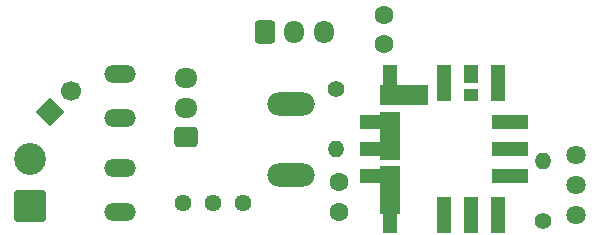
<source format=gbr>
%TF.GenerationSoftware,KiCad,Pcbnew,7.0.9*%
%TF.CreationDate,2024-06-22T14:59:44+09:00*%
%TF.ProjectId,PSU,5053552e-6b69-4636-9164-5f7063625858,rev?*%
%TF.SameCoordinates,Original*%
%TF.FileFunction,Soldermask,Top*%
%TF.FilePolarity,Negative*%
%FSLAX46Y46*%
G04 Gerber Fmt 4.6, Leading zero omitted, Abs format (unit mm)*
G04 Created by KiCad (PCBNEW 7.0.9) date 2024-06-22 14:59:44*
%MOMM*%
%LPD*%
G01*
G04 APERTURE LIST*
G04 Aperture macros list*
%AMRoundRect*
0 Rectangle with rounded corners*
0 $1 Rounding radius*
0 $2 $3 $4 $5 $6 $7 $8 $9 X,Y pos of 4 corners*
0 Add a 4 corners polygon primitive as box body*
4,1,4,$2,$3,$4,$5,$6,$7,$8,$9,$2,$3,0*
0 Add four circle primitives for the rounded corners*
1,1,$1+$1,$2,$3*
1,1,$1+$1,$4,$5*
1,1,$1+$1,$6,$7*
1,1,$1+$1,$8,$9*
0 Add four rect primitives between the rounded corners*
20,1,$1+$1,$2,$3,$4,$5,0*
20,1,$1+$1,$4,$5,$6,$7,0*
20,1,$1+$1,$6,$7,$8,$9,0*
20,1,$1+$1,$8,$9,$2,$3,0*%
%AMHorizOval*
0 Thick line with rounded ends*
0 $1 width*
0 $2 $3 position (X,Y) of the first rounded end (center of the circle)*
0 $4 $5 position (X,Y) of the second rounded end (center of the circle)*
0 Add line between two ends*
20,1,$1,$2,$3,$4,$5,0*
0 Add two circle primitives to create the rounded ends*
1,1,$1,$2,$3*
1,1,$1,$4,$5*%
%AMRotRect*
0 Rectangle, with rotation*
0 The origin of the aperture is its center*
0 $1 length*
0 $2 width*
0 $3 Rotation angle, in degrees counterclockwise*
0 Add horizontal line*
21,1,$1,$2,0,0,$3*%
%AMOutline4P*
0 Free polygon, 4 corners , with rotation*
0 The origin of the aperture is its center*
0 number of corners: always 4*
0 $1 to $8 corner X, Y*
0 $9 Rotation angle, in degrees counterclockwise*
0 create outline with 4 corners*
4,1,4,$1,$2,$3,$4,$5,$6,$7,$8,$1,$2,$9*%
G04 Aperture macros list end*
%ADD10C,1.600000*%
%ADD11C,1.400000*%
%ADD12O,1.400000X1.400000*%
%ADD13C,1.635000*%
%ADD14RotRect,1.700000X1.700000X135.000000*%
%ADD15HorizOval,1.700000X0.000000X0.000000X0.000000X0.000000X0*%
%ADD16RoundRect,0.250000X0.725000X-0.600000X0.725000X0.600000X-0.725000X0.600000X-0.725000X-0.600000X0*%
%ADD17O,1.950000X1.700000*%
%ADD18O,2.700000X1.500000*%
%ADD19RoundRect,0.250001X1.099999X-1.099999X1.099999X1.099999X-1.099999X1.099999X-1.099999X-1.099999X0*%
%ADD20C,2.700000*%
%ADD21RoundRect,0.250000X-0.600000X-0.725000X0.600000X-0.725000X0.600000X0.725000X-0.600000X0.725000X0*%
%ADD22O,1.700000X1.950000*%
%ADD23C,1.440000*%
%ADD24Outline4P,-1.500000X-0.600000X1.500000X-0.600000X1.500000X0.600000X-1.500000X0.600000X90.000000*%
%ADD25Outline4P,-2.035000X-0.885000X2.035000X-0.885000X2.035000X0.885000X-2.035000X0.885000X90.000000*%
%ADD26Outline4P,-0.600000X-1.500000X0.600000X-1.500000X0.600000X1.500000X-0.600000X1.500000X90.000000*%
%ADD27Outline4P,-0.885000X-2.035000X0.885000X-2.035000X0.885000X2.035000X-0.885000X2.035000X90.000000*%
%ADD28Outline4P,-0.750000X-0.600000X0.750000X-0.600000X0.750000X0.600000X-0.750000X0.600000X90.000000*%
%ADD29Outline4P,-0.500000X-0.600000X0.500000X-0.600000X0.500000X0.600000X-0.500000X0.600000X90.000000*%
%ADD30O,4.000000X2.000000*%
G04 APERTURE END LIST*
D10*
%TO.C,C2*%
X160274000Y-82550000D03*
X160274000Y-80050000D03*
%TD*%
%TO.C,C1*%
X156464000Y-96754000D03*
X156464000Y-94254000D03*
%TD*%
D11*
%TO.C,R1*%
X173736000Y-97536000D03*
D12*
X173736000Y-92456000D03*
%TD*%
D13*
%TO.C,SW1*%
X176530000Y-91948000D03*
X176530000Y-94488000D03*
X176530000Y-97028000D03*
%TD*%
D14*
%TO.C,MES1*%
X131940439Y-88277562D03*
D15*
X133736490Y-86481511D03*
%TD*%
D16*
%TO.C,J1*%
X143510000Y-90424000D03*
D17*
X143510000Y-87924000D03*
X143510000Y-85424000D03*
%TD*%
D18*
%TO.C,F1*%
X137922000Y-96774000D03*
X137922000Y-93074000D03*
X137922000Y-88774000D03*
X137922000Y-85074000D03*
%TD*%
D11*
%TO.C,R2*%
X156210000Y-86360000D03*
D12*
X156210000Y-91440000D03*
%TD*%
D19*
%TO.C,BT1*%
X130302000Y-96266000D03*
D20*
X130302000Y-92306000D03*
%TD*%
D21*
%TO.C,J2*%
X150154000Y-81517000D03*
D22*
X152654000Y-81517000D03*
X155154000Y-81517000D03*
%TD*%
D23*
%TO.C,RV1*%
X148336000Y-96012000D03*
X145796000Y-96012000D03*
X143256000Y-96012000D03*
%TD*%
D24*
%TO.C,U1*%
X165350000Y-97040000D03*
X160770000Y-97040000D03*
D25*
X160770000Y-94875000D03*
D26*
X159750000Y-93730000D03*
X159750000Y-91440000D03*
D25*
X160770000Y-90295000D03*
D26*
X159750000Y-89150000D03*
D27*
X161915000Y-86840000D03*
D24*
X160770000Y-85840000D03*
X165350000Y-85840000D03*
X169930000Y-85840000D03*
D26*
X170950000Y-91440000D03*
X170950000Y-93730000D03*
D24*
X169930000Y-97040000D03*
X167640000Y-97040000D03*
D28*
X167640000Y-85090000D03*
D26*
X170950000Y-89150000D03*
D29*
X167640000Y-86840000D03*
%TD*%
D30*
%TO.C,SW2*%
X152400000Y-87630000D03*
X152400000Y-93630000D03*
%TD*%
M02*

</source>
